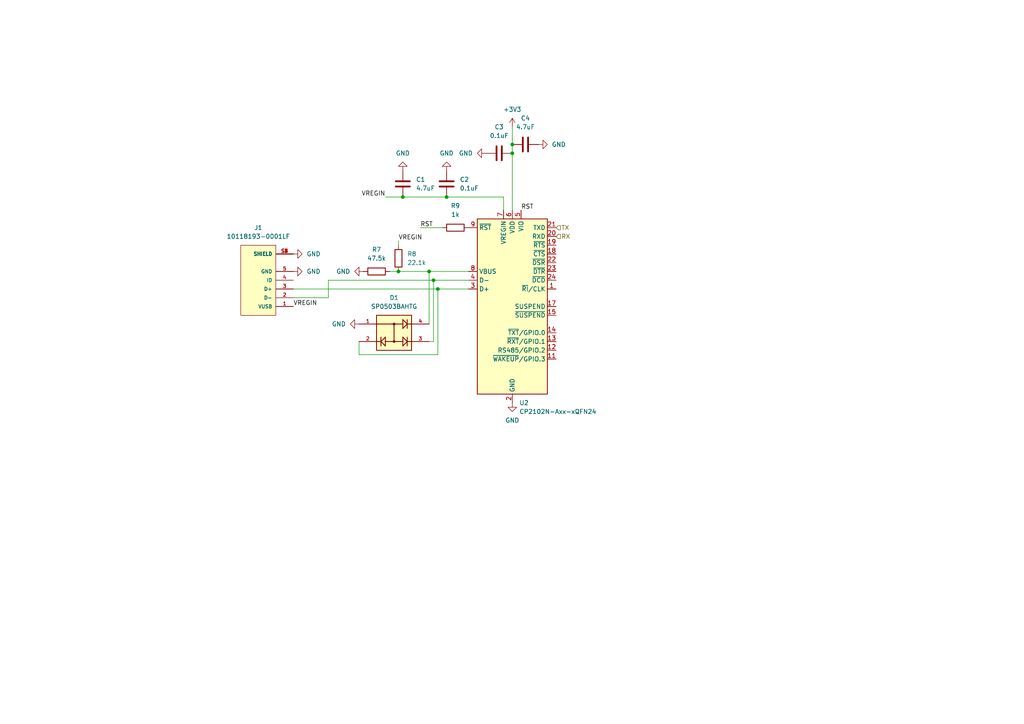
<source format=kicad_sch>
(kicad_sch (version 20211123) (generator eeschema)
  (paper "A4")
  (lib_symbols
    (symbol "10118193-0001LF:10118193-0001LF" (pin_names (offset 1.016))
      (property "Reference" "J" (at -5.08 10.922 0))
      (property "Value" "10118193-0001LF" (at -5.08 -12.7 0))
      (symbol "10118193-0001LF_0_0"
        (rectangle (start -5.08 -10.16) (end 5.08 10.16) (stroke (width 0.1524)) (fill (type background)))
        (pin passive line (at -10.16 7.62 0) (length 5.08) (name "VUSB") (number "1"))
        (pin passive line (at -10.16 5.08 0) (length 5.08) (name "D-") (number "2"))
        (pin passive line (at -10.16 2.54 0) (length 5.08) (name "D+") (number "3"))
        (pin passive line (at -10.16 0 0) (length 5.08) (name "ID") (number "4"))
        (pin passive line (at -10.16 -2.54 0) (length 5.08) (name "GND") (number "5"))
        (pin passive line (at -10.16 -7.62 0) (length 5.08) (name "SHIELD") (number "S1"))
        (pin passive line (at -10.16 -7.62 0) (length 5.08) (name "SHIELD") (number "S2"))
        (pin passive line (at -10.16 -7.62 0) (length 5.08) (name "SHIELD") (number "S3"))
        (pin passive line (at -10.16 -7.62 0) (length 5.08) (name "SHIELD") (number "S4"))
        (pin passive line (at -10.16 -7.62 0) (length 5.08) (name "SHIELD") (number "S5"))
        (pin passive line (at -10.16 -7.62 0) (length 5.08) (name "SHIELD") (number "S6"))
      )
    )
    (symbol "Device:C" (pin_numbers hide) (pin_names (offset 0.254))
      (property "Reference" "C" (at 0.635 2.54 0))
      (property "Value" "C" (at 0.635 -2.54 0))
      (symbol "C_0_1"
        (polyline (pts (xy -2.032 -0.762) (xy 2.032 -0.762)) (stroke (width 0.508)))
        (polyline (pts (xy -2.032 0.762) (xy 2.032 0.762)) (stroke (width 0.508)))
      )
      (symbol "C_1_1"
        (pin passive line (at 0 3.81 270) (length 2.794) (name "~") (number "1"))
        (pin passive line (at 0 -3.81 90) (length 2.794) (name "~") (number "2"))
      )
    )
    (symbol "Device:R" (pin_numbers hide) (pin_names (offset 0))
      (property "Reference" "R" (at 2.032 0 90))
      (property "Value" "R" (at 0 0 90))
      (symbol "R_0_1"
        (rectangle (start -1.016 -2.54) (end 1.016 2.54) (stroke (width 0.254)))
      )
      (symbol "R_1_1"
        (pin passive line (at 0 3.81 270) (length 1.27) (name "~") (number "1"))
        (pin passive line (at 0 -3.81 90) (length 1.27) (name "~") (number "2"))
      )
    )
    (symbol "Interface_USB:CP2102N-Axx-xQFN24"
      (property "Reference" "U" (at -8.89 26.67 0))
      (property "Value" "CP2102N-Axx-xQFN24" (at 13.97 26.67 0))
      (symbol "CP2102N-Axx-xQFN24_0_1"
        (rectangle (start -10.16 25.4) (end 10.16 -25.4) (stroke (width 0.254)) (fill (type background)))
      )
      (symbol "CP2102N-Axx-xQFN24_1_1"
        (pin bidirectional line (at 12.7 5.08 180) (length 2.54) (name "~{RI}/CLK") (number "1"))
        (pin no_connect line (at -10.16 -22.86 0) (length 2.54) hide (name "NC") (number "10"))
        (pin bidirectional line (at 12.7 -15.24 180) (length 2.54) (name "~{WAKEUP}/GPIO.3") (number "11"))
        (pin bidirectional line (at 12.7 -12.7 180) (length 2.54) (name "RS485/GPIO.2") (number "12"))
        (pin bidirectional line (at 12.7 -10.16 180) (length 2.54) (name "~{RXT}/GPIO.1") (number "13"))
        (pin bidirectional line (at 12.7 -7.62 180) (length 2.54) (name "~{TXT}/GPIO.0") (number "14"))
        (pin output line (at 12.7 -2.54 180) (length 2.54) (name "~{SUSPEND}") (number "15"))
        (pin no_connect line (at 10.16 -22.86 180) (length 2.54) hide (name "NC") (number "16"))
        (pin output line (at 12.7 0 180) (length 2.54) (name "SUSPEND") (number "17"))
        (pin input line (at 12.7 15.24 180) (length 2.54) (name "~{CTS}") (number "18"))
        (pin output line (at 12.7 17.78 180) (length 2.54) (name "~{RTS}") (number "19"))
        (pin power_in line (at 0 -27.94 90) (length 2.54) (name "GND") (number "2"))
        (pin input line (at 12.7 20.32 180) (length 2.54) (name "RXD") (number "20"))
        (pin output line (at 12.7 22.86 180) (length 2.54) (name "TXD") (number "21"))
        (pin input line (at 12.7 12.7 180) (length 2.54) (name "~{DSR}") (number "22"))
        (pin output line (at 12.7 10.16 180) (length 2.54) (name "~{DTR}") (number "23"))
        (pin input line (at 12.7 7.62 180) (length 2.54) (name "~{DCD}") (number "24"))
        (pin passive line (at 0 -27.94 90) (length 2.54) hide (name "GND") (number "25"))
        (pin bidirectional line (at -12.7 5.08 0) (length 2.54) (name "D+") (number "3"))
        (pin bidirectional line (at -12.7 7.62 0) (length 2.54) (name "D-") (number "4"))
        (pin power_in line (at 2.54 27.94 270) (length 2.54) (name "VIO") (number "5"))
        (pin power_in line (at 0 27.94 270) (length 2.54) (name "VDD") (number "6"))
        (pin power_in line (at -2.54 27.94 270) (length 2.54) (name "VREGIN") (number "7"))
        (pin input line (at -12.7 10.16 0) (length 2.54) (name "VBUS") (number "8"))
        (pin input line (at -12.7 22.86 0) (length 2.54) (name "~{RST}") (number "9"))
      )
    )
    (symbol "SP0503BAHTG:SP0503BAHTG" (pin_names (offset 1.016) hide)
      (property "Reference" "D" (at -5.4102 5.6134 0))
      (property "Value" "SP0503BAHTG" (at -5.6134 -7.493 0))
      (symbol "SP0503BAHTG_0_0"
        (rectangle (start -5.08 -5.08) (end 5.08 5.08) (stroke (width 0.254)) (fill (type background)))
        (circle (center 0 -2.54) (radius 0.254) (stroke (width 0.254)))
        (polyline (pts (xy -5.08 -2.54) (xy -3.81 -2.54)) (stroke (width 0.254)))
        (polyline (pts (xy -5.08 2.54) (xy 0 2.54)) (stroke (width 0.254)))
        (polyline (pts (xy -3.81 -2.54) (xy -3.81 -3.81)) (stroke (width 0.254)))
        (polyline (pts (xy -3.81 -2.54) (xy -3.81 -1.27)) (stroke (width 0.254)))
        (polyline (pts (xy -3.81 -2.54) (xy -2.54 -1.27)) (stroke (width 0.254)))
        (polyline (pts (xy -2.54 -3.81) (xy -3.81 -2.54)) (stroke (width 0.254)))
        (polyline (pts (xy -2.54 -2.54) (xy -2.54 -3.81)) (stroke (width 0.254)))
        (polyline (pts (xy -2.54 -2.54) (xy 0 -2.54)) (stroke (width 0.254)))
        (polyline (pts (xy -2.54 -1.27) (xy -2.54 -2.54)) (stroke (width 0.254)))
        (polyline (pts (xy 0 -2.54) (xy 0 2.54)) (stroke (width 0.254)))
        (polyline (pts (xy 0 -2.54) (xy 2.54 -2.54)) (stroke (width 0.254)))
        (polyline (pts (xy 0 2.54) (xy 2.54 2.54)) (stroke (width 0.254)))
        (polyline (pts (xy 2.54 -3.81) (xy 3.81 -2.54)) (stroke (width 0.254)))
        (polyline (pts (xy 2.54 -2.54) (xy 2.54 -3.81)) (stroke (width 0.254)))
        (polyline (pts (xy 2.54 -2.54) (xy 2.54 -1.27)) (stroke (width 0.254)))
        (polyline (pts (xy 2.54 1.27) (xy 3.81 2.54)) (stroke (width 0.254)))
        (polyline (pts (xy 2.54 2.54) (xy 2.54 1.27)) (stroke (width 0.254)))
        (polyline (pts (xy 2.54 2.54) (xy 2.54 3.81)) (stroke (width 0.254)))
        (polyline (pts (xy 3.81 -2.54) (xy 2.54 -1.27)) (stroke (width 0.254)))
        (polyline (pts (xy 3.81 -2.54) (xy 3.81 -3.81)) (stroke (width 0.254)))
        (polyline (pts (xy 3.81 -2.54) (xy 5.08 -2.54)) (stroke (width 0.254)))
        (polyline (pts (xy 3.81 -1.27) (xy 3.81 -2.54)) (stroke (width 0.254)))
        (polyline (pts (xy 3.81 2.54) (xy 2.54 3.81)) (stroke (width 0.254)))
        (polyline (pts (xy 3.81 2.54) (xy 3.81 1.27)) (stroke (width 0.254)))
        (polyline (pts (xy 3.81 2.54) (xy 5.08 2.54)) (stroke (width 0.254)))
        (polyline (pts (xy 3.81 3.81) (xy 3.81 2.54)) (stroke (width 0.254)))
        (circle (center 0 2.54) (radius 0.254) (stroke (width 0.254)))
        (pin passive line (at -10.16 2.54 0) (length 5.08) (name "~") (number "1"))
        (pin passive line (at -10.16 -2.54 0) (length 5.08) (name "~") (number "2"))
        (pin passive line (at 10.16 -2.54 180) (length 5.08) (name "~") (number "3"))
        (pin passive line (at 10.16 2.54 180) (length 5.08) (name "~") (number "4"))
      )
    )
    (symbol "power:+3V3" (power) (pin_names (offset 0))
      (property "Value" "+3V3" (at 0 3.556 0))
      (symbol "+3V3_0_1"
        (polyline (pts (xy -0.762 1.27) (xy 0 2.54)))
        (polyline (pts (xy 0 0) (xy 0 2.54)))
        (polyline (pts (xy 0 2.54) (xy 0.762 1.27)))
      )
      (symbol "+3V3_1_1"
        (pin power_in line (at 0 0 90) (length 0) hide (name "+3V3") (number "1"))
      )
    )
    (symbol "power:GND" (power) (pin_names (offset 0))
      (property "Value" "GND" (at 0 -3.81 0))
      (symbol "GND_0_1"
        (polyline (pts (xy 0 0) (xy 0 -1.27) (xy 1.27 -1.27) (xy 0 -2.54) (xy -1.27 -1.27) (xy 0 -1.27)))
      )
      (symbol "GND_1_1"
        (pin power_in line (at 0 0 270) (length 0) hide (name "GND") (number "1"))
      )
    )
  )
  (junction (at 125.73 81.28))
  (junction (at 148.59 41.91))
  (junction (at 115.57 78.74))
  (junction (at 116.84 57.15))
  (junction (at 127 83.82))
  (junction (at 148.59 44.45))
  (junction (at 129.54 57.15))
  (junction (at 124.46 78.74))
  (wire (pts (xy 95.25 81.28) (xy 125.73 81.28)))
  (wire (pts (xy 95.25 86.36) (xy 85.09 86.36)))
  (wire (pts (xy 146.05 60.96) (xy 146.05 57.15)))
  (wire (pts (xy 104.14 102.87) (xy 127 102.87)))
  (wire (pts (xy 127 83.82) (xy 127 102.87)))
  (wire (pts (xy 124.46 78.74) (xy 124.46 93.98)))
  (wire (pts (xy 148.59 44.45) (xy 148.59 60.96)))
  (wire (pts (xy 116.84 57.15) (xy 129.54 57.15)))
  (wire (pts (xy 95.25 81.28) (xy 95.25 86.36)))
  (wire (pts (xy 124.46 78.74) (xy 135.89 78.74)))
  (wire (pts (xy 113.03 78.74) (xy 115.57 78.74)))
  (wire (pts (xy 104.14 99.06) (xy 104.14 102.87)))
  (wire (pts (xy 111.76 57.15) (xy 116.84 57.15)))
  (wire (pts (xy 124.46 99.06) (xy 125.73 99.06)))
  (wire (pts (xy 121.92 66.04) (xy 128.27 66.04)))
  (wire (pts (xy 148.59 36.83) (xy 148.59 41.91)))
  (wire (pts (xy 125.73 81.28) (xy 125.73 99.06)))
  (wire (pts (xy 125.73 81.28) (xy 135.89 81.28)))
  (wire (pts (xy 115.57 69.85) (xy 115.57 71.12)))
  (wire (pts (xy 115.57 78.74) (xy 124.46 78.74)))
  (wire (pts (xy 127 83.82) (xy 135.89 83.82)))
  (wire (pts (xy 148.59 44.45) (xy 148.59 41.91)))
  (wire (pts (xy 85.09 83.82) (xy 127 83.82)))
  (wire (pts (xy 129.54 57.15) (xy 146.05 57.15)))
  (label "RST" (at 121.92 66.04 0))
  (label "VREGIN" (at 115.57 69.85 0))
  (label "VREGIN" (at 111.76 57.15 180))
  (label "RST" (at 151.13 60.96 0))
  (label "VREGIN" (at 85.09 88.9 0))
  (hierarchical_label "RX" (shape input) (at 161.29 68.58 0))
  (hierarchical_label "TX" (shape input) (at 161.29 66.04 0))
  (symbol (lib_id "Device:C") (at 116.84 53.34 0) (unit 1)
    (property "Reference" "C1" (at 120.65 52.0699 0) (effects (justify left)))
    (property "Value" "4.7uF" (at 120.65 54.6099 0) (effects (justify left)))
    (property "Footprint" "Capacitor_SMD:C_1206_3216Metric" (effects hide))
  )
  (symbol (lib_id "power:GND") (at 140.97 44.45 270) (unit 1)
    (property "Reference" "#PWR0114" (effects hide))
    (property "Value" "GND" (at 137.16 44.4499 90) (effects (justify right)))
  )
  (symbol (lib_id "power:GND") (at 148.59 116.84 0) (unit 1)
    (property "Reference" "#PWR0111" (effects hide))
    (property "Value" "GND" (at 148.59 121.92 0))
  )
  (symbol (lib_id "power:+3V3") (at 148.59 36.83 0) (unit 1)
    (property "Reference" "#PWR0112" (effects hide))
    (property "Value" "+3V3" (at 148.59 31.75 0))
  )
  (symbol (lib_id "power:GND") (at 104.14 93.98 270) (unit 1)
    (property "Reference" "#PWR0120" (effects hide))
    (property "Value" "GND" (at 100.33 93.9799 90) (effects (justify right)))
  )
  (symbol (lib_id "10118193-0001LF:10118193-0001LF") (at 74.93 81.28 180) (unit 1)
    (property "Reference" "J1" (at 74.93 66.04 0))
    (property "Value" "10118193-0001LF" (at 74.93 68.58 0))
    (property "Footprint" "10118193-0001LF Micro B Port:FCI_10118193-0001LF" (effects hide))
    (property "PRICE" "None" (effects hide))
    (property "MP" "10118193-0001LF" (effects hide))
    (property "AVAILABILITY" "Unavailable" (effects hide))
    (property "DESCRIPTION" "Single Port 5 Contact Shielded SMT MICRO USB B-Type Receptacle" (effects hide))
    (property "MF" "Amphenol FCI" (effects hide))
    (property "PACKAGE" "None" (effects hide))
  )
  (symbol (lib_id "power:GND") (at 116.84 49.53 180) (unit 1)
    (property "Reference" "#PWR0116" (effects hide))
    (property "Value" "GND" (at 116.84 44.45 0))
  )
  (symbol (lib_id "Device:R") (at 115.57 74.93 0) (unit 1)
    (property "Reference" "R8" (at 118.11 73.6599 0) (effects (justify left)))
    (property "Value" "22.1k" (at 118.11 76.1999 0) (effects (justify left)))
    (property "Footprint" "Resistor_SMD:R_0402_1005Metric" (effects hide))
  )
  (symbol (lib_id "Device:R") (at 109.22 78.74 270) (unit 1)
    (property "Reference" "R7" (at 109.22 72.39 90))
    (property "Value" "47.5k" (at 109.22 74.93 90))
    (property "Footprint" "Resistor_SMD:R_0603_1608Metric" (effects hide))
  )
  (symbol (lib_id "power:GND") (at 156.21 41.91 90) (unit 1)
    (property "Reference" "#PWR0113" (effects hide))
    (property "Value" "GND" (at 160.02 41.9099 90) (effects (justify right)))
  )
  (symbol (lib_id "Device:C") (at 144.78 44.45 90) (mirror x) (unit 1)
    (property "Reference" "C3" (at 144.78 36.83 90))
    (property "Value" "0.1uF" (at 144.78 39.37 90))
    (property "Footprint" "Capacitor_SMD:C_0603_1608Metric" (effects hide))
  )
  (symbol (lib_id "power:GND") (at 105.41 78.74 270) (unit 1)
    (property "Reference" "#PWR0119" (effects hide))
    (property "Value" "GND" (at 101.6 78.7399 90) (effects (justify right)))
  )
  (symbol (lib_id "Device:C") (at 129.54 53.34 0) (unit 1)
    (property "Reference" "C2" (at 133.35 52.0699 0) (effects (justify left)))
    (property "Value" "0.1uF" (at 133.35 54.6099 0) (effects (justify left)))
    (property "Footprint" "Capacitor_SMD:C_0603_1608Metric" (effects hide))
  )
  (symbol (lib_id "power:GND") (at 85.09 78.74 90) (unit 1)
    (property "Reference" "#PWR0118" (effects hide))
    (property "Value" "GND" (at 88.9 78.7399 90) (effects (justify right)))
  )
  (symbol (lib_id "Device:C") (at 152.4 41.91 270) (unit 1)
    (property "Reference" "C4" (at 152.4 34.29 90))
    (property "Value" "4.7uF" (at 152.4 36.83 90))
    (property "Footprint" "Capacitor_SMD:C_1206_3216Metric" (effects hide))
  )
  (symbol (lib_id "Device:R") (at 132.08 66.04 270) (unit 1)
    (property "Reference" "R9" (at 132.08 59.69 90))
    (property "Value" "1k" (at 132.08 62.23 90))
    (property "Footprint" "Resistor_SMD:R_0603_1608Metric" (effects hide))
  )
  (symbol (lib_id "power:GND") (at 129.54 49.53 180) (unit 1)
    (property "Reference" "#PWR0115" (effects hide))
    (property "Value" "GND" (at 129.54 44.45 0))
  )
  (symbol (lib_id "SP0503BAHTG:SP0503BAHTG") (at 114.3 96.52 0) (unit 1)
    (property "Reference" "D1" (at 114.3 86.36 0))
    (property "Value" "SP0503BAHTG" (at 114.3 88.9 0))
    (property "Footprint" "SP0503BAHTG:SOT143" (effects hide))
    (property "DESCRIPTION" "TVS DIODE 5.5VWM 8.5VC SOT143" (effects hide))
    (property "AVAILABILITY" "Good" (effects hide))
    (property "MP" "SP0503BAHTG" (effects hide))
    (property "PARTREV" "N/A" (effects hide))
    (property "PRICE" "0.46 USD" (effects hide))
    (property "STANDARD" "IPC-7351B" (effects hide))
    (property "PACKAGE" "SOT-143 Littelfuse" (effects hide))
    (property "MF" "Littelfuse" (effects hide))
  )
  (symbol (lib_id "power:GND") (at 85.09 73.66 90) (unit 1)
    (property "Reference" "#PWR0117" (effects hide))
    (property "Value" "GND" (at 88.9 73.6599 90) (effects (justify right)))
  )
  (symbol (lib_id "Interface_USB:CP2102N-Axx-xQFN24") (at 148.59 88.9 0) (unit 1)
    (property "Reference" "U2" (at 150.6094 116.84 0) (effects (justify left)))
    (property "Value" "CP2102N-Axx-xQFN24" (at 150.6094 119.38 0) (effects (justify left)))
    (property "Footprint" "Package_DFN_QFN:QFN-24-1EP_4x4mm_P0.5mm_EP2.6x2.6mm" (effects hide))
    (property "Datasheet" "https://www.silabs.com/documents/public/data-sheets/cp2102n-datasheet.pdf" (effects hide))
  )
)
</source>
